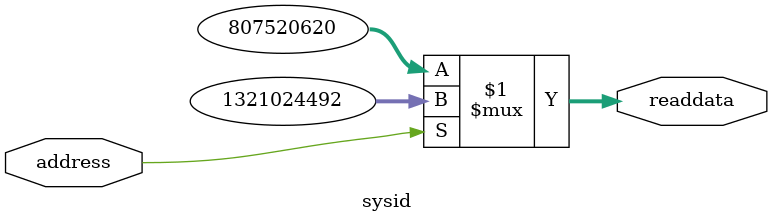
<source format=v>

`timescale 1ns / 1ps
// synthesis translate_on

// turn off superfluous verilog processor warnings 
// altera message_level Level1 
// altera message_off 10034 10035 10036 10037 10230 10240 10030 

module sysid (
               // inputs:
                address,

               // outputs:
                readdata
             )
;

  output  [ 31: 0] readdata;
  input            address;

  wire    [ 31: 0] readdata;
  //control_slave, which is an e_avalon_slave
  assign readdata = address ? 1321024492 : 807520620;

endmodule


</source>
